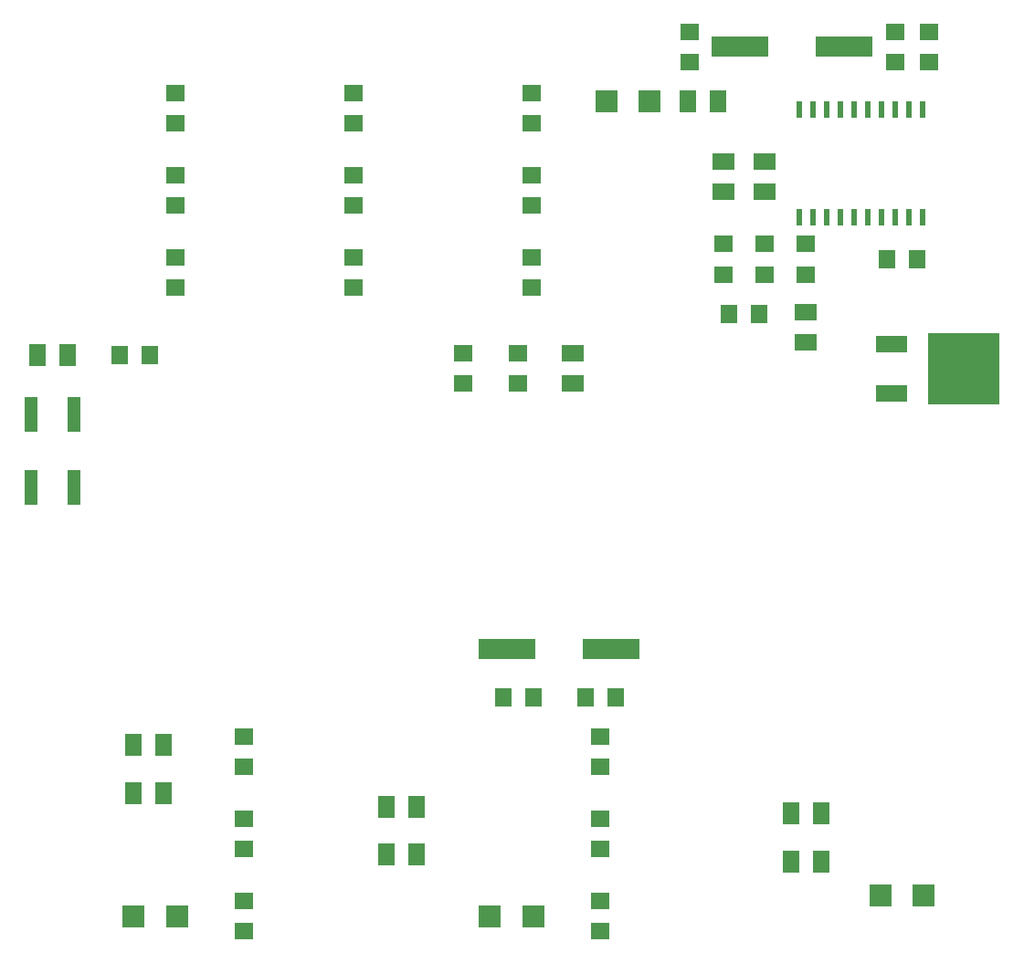
<source format=gtp>
G75*
G70*
%OFA0B0*%
%FSLAX24Y24*%
%IPPOS*%
%LPD*%
%AMOC8*
5,1,8,0,0,1.08239X$1,22.5*
%
%ADD10R,0.0236X0.0591*%
%ADD11R,0.2100X0.0760*%
%ADD12R,0.0709X0.0630*%
%ADD13R,0.0630X0.0709*%
%ADD14R,0.0630X0.0787*%
%ADD15R,0.0710X0.0630*%
%ADD16R,0.0787X0.0630*%
%ADD17R,0.0472X0.1260*%
%ADD18R,0.2638X0.2638*%
%ADD19R,0.1181X0.0630*%
%ADD20R,0.0787X0.0787*%
D10*
X035066Y033632D03*
X035566Y033632D03*
X036066Y033632D03*
X036566Y033632D03*
X037066Y033632D03*
X037566Y033632D03*
X038066Y033632D03*
X038566Y033632D03*
X039066Y033632D03*
X039566Y033632D03*
X039566Y037569D03*
X039066Y037569D03*
X038566Y037569D03*
X038066Y037569D03*
X037566Y037569D03*
X037066Y037569D03*
X036566Y037569D03*
X036066Y037569D03*
X035566Y037569D03*
X035066Y037569D03*
D11*
X036716Y039851D03*
X032916Y039851D03*
X028216Y017851D03*
X024416Y017851D03*
D12*
X027816Y014652D03*
X027816Y013549D03*
X027816Y011652D03*
X027816Y010549D03*
X027816Y008652D03*
X027816Y007549D03*
X014816Y007549D03*
X014816Y008652D03*
X014816Y010549D03*
X014816Y011652D03*
X014816Y013549D03*
X014816Y014652D03*
X022816Y027549D03*
X022816Y028652D03*
X024816Y028652D03*
X024816Y027549D03*
X025316Y031049D03*
X025316Y032152D03*
X025316Y034049D03*
X025316Y035152D03*
X025316Y037049D03*
X025316Y038152D03*
X031066Y039299D03*
X031066Y040402D03*
X038566Y040402D03*
X039816Y040402D03*
X039816Y039299D03*
X038566Y039299D03*
X018816Y038152D03*
X018816Y037049D03*
X018816Y035152D03*
X018816Y034049D03*
X018816Y032152D03*
X018816Y031049D03*
X012316Y031049D03*
X012316Y032152D03*
X012316Y034049D03*
X012316Y035152D03*
X012316Y037049D03*
X012316Y038152D03*
D13*
X011367Y028601D03*
X010265Y028601D03*
X024265Y016101D03*
X025367Y016101D03*
X027265Y016101D03*
X028367Y016101D03*
X032515Y030101D03*
X033617Y030101D03*
X038265Y032101D03*
X039367Y032101D03*
D14*
X032117Y037851D03*
X031015Y037851D03*
X008367Y028601D03*
X007265Y028601D03*
X010765Y014351D03*
X011867Y014351D03*
X011867Y012601D03*
X010765Y012601D03*
X020015Y012101D03*
X021117Y012101D03*
X021117Y010351D03*
X020015Y010351D03*
X034765Y010101D03*
X035867Y010101D03*
X035867Y011851D03*
X034765Y011851D03*
D15*
X035316Y031541D03*
X035316Y032660D03*
X033816Y032660D03*
X033816Y031541D03*
X032316Y031541D03*
X032316Y032660D03*
D16*
X032316Y034549D03*
X032316Y035652D03*
X033816Y035652D03*
X033816Y034549D03*
X035316Y030152D03*
X035316Y029049D03*
X026816Y028652D03*
X026816Y027549D03*
D17*
X008603Y026439D03*
X007028Y026439D03*
X007028Y023762D03*
X008603Y023762D03*
D18*
X041066Y028101D03*
D19*
X038448Y029006D03*
X038448Y027195D03*
D20*
X010778Y008101D03*
X012353Y008101D03*
X023778Y008101D03*
X025353Y008101D03*
X038028Y008851D03*
X039603Y008851D03*
X029603Y037851D03*
X028028Y037851D03*
M02*

</source>
